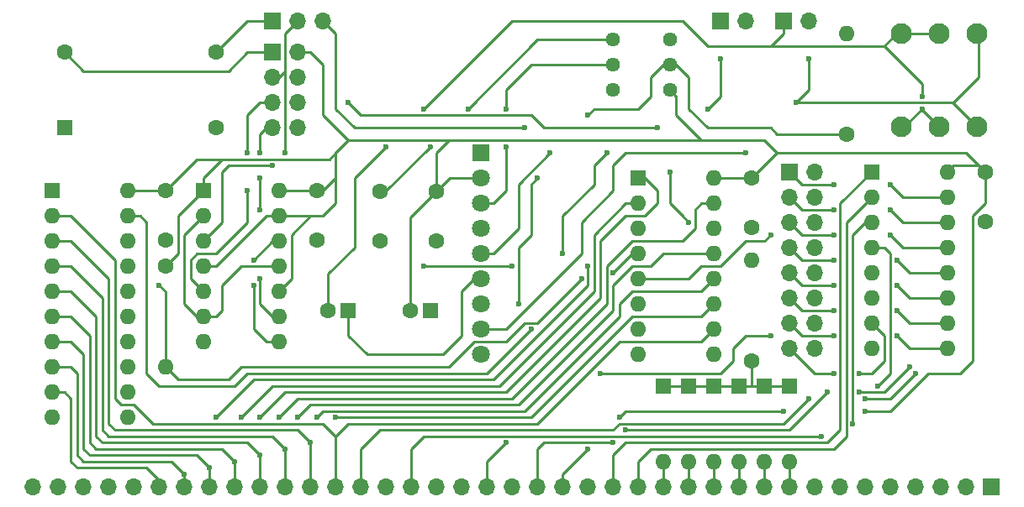
<source format=gtl>
G04 #@! TF.FileFunction,Copper,L1,Top,Signal*
%FSLAX46Y46*%
G04 Gerber Fmt 4.6, Leading zero omitted, Abs format (unit mm)*
G04 Created by KiCad (PCBNEW 4.0.6) date 06/13/17 14:47:24*
%MOMM*%
%LPD*%
G01*
G04 APERTURE LIST*
%ADD10C,0.100000*%
%ADD11C,1.600000*%
%ADD12R,1.600000X1.600000*%
%ADD13O,1.600000X1.600000*%
%ADD14R,1.700000X1.700000*%
%ADD15O,1.700000X1.700000*%
%ADD16C,2.100000*%
%ADD17R,1.800000X1.800000*%
%ADD18C,1.800000*%
%ADD19C,1.440000*%
%ADD20C,0.600000*%
%ADD21C,0.250000*%
G04 APERTURE END LIST*
D10*
D11*
X213995000Y-101600000D03*
X213995000Y-106600000D03*
D12*
X202565000Y-101600000D03*
D13*
X210185000Y-119380000D03*
X202565000Y-104140000D03*
X210185000Y-116840000D03*
X202565000Y-106680000D03*
X210185000Y-114300000D03*
X202565000Y-109220000D03*
X210185000Y-111760000D03*
X202565000Y-111760000D03*
X210185000Y-109220000D03*
X202565000Y-114300000D03*
X210185000Y-106680000D03*
X202565000Y-116840000D03*
X210185000Y-104140000D03*
X202565000Y-119380000D03*
X210185000Y-101600000D03*
D11*
X146685000Y-103505000D03*
X146685000Y-108505000D03*
X190500000Y-102235000D03*
X190500000Y-107235000D03*
D14*
X214630000Y-133350000D03*
D15*
X212090000Y-133350000D03*
X209550000Y-133350000D03*
X207010000Y-133350000D03*
X204470000Y-133350000D03*
X201930000Y-133350000D03*
X199390000Y-133350000D03*
X196850000Y-133350000D03*
X194310000Y-133350000D03*
X191770000Y-133350000D03*
X189230000Y-133350000D03*
X186690000Y-133350000D03*
X184150000Y-133350000D03*
X181610000Y-133350000D03*
X179070000Y-133350000D03*
X176530000Y-133350000D03*
X173990000Y-133350000D03*
X171450000Y-133350000D03*
X168910000Y-133350000D03*
X166370000Y-133350000D03*
X163830000Y-133350000D03*
X161290000Y-133350000D03*
X158750000Y-133350000D03*
X156210000Y-133350000D03*
X153670000Y-133350000D03*
X151130000Y-133350000D03*
X148590000Y-133350000D03*
X146050000Y-133350000D03*
X143510000Y-133350000D03*
X140970000Y-133350000D03*
X138430000Y-133350000D03*
X135890000Y-133350000D03*
X133350000Y-133350000D03*
X130810000Y-133350000D03*
X128270000Y-133350000D03*
X125730000Y-133350000D03*
X123190000Y-133350000D03*
X120650000Y-133350000D03*
X118110000Y-133350000D03*
D14*
X187325000Y-86360000D03*
D15*
X189865000Y-86360000D03*
D12*
X120015000Y-103505000D03*
D13*
X127635000Y-126365000D03*
X120015000Y-106045000D03*
X127635000Y-123825000D03*
X120015000Y-108585000D03*
X127635000Y-121285000D03*
X120015000Y-111125000D03*
X127635000Y-118745000D03*
X120015000Y-113665000D03*
X127635000Y-116205000D03*
X120015000Y-116205000D03*
X127635000Y-113665000D03*
X120015000Y-118745000D03*
X127635000Y-111125000D03*
X120015000Y-121285000D03*
X127635000Y-108585000D03*
X120015000Y-123825000D03*
X127635000Y-106045000D03*
X120015000Y-126365000D03*
X127635000Y-103505000D03*
D12*
X179070000Y-102235000D03*
D13*
X186690000Y-120015000D03*
X179070000Y-104775000D03*
X186690000Y-117475000D03*
X179070000Y-107315000D03*
X186690000Y-114935000D03*
X179070000Y-109855000D03*
X186690000Y-112395000D03*
X179070000Y-112395000D03*
X186690000Y-109855000D03*
X179070000Y-114935000D03*
X186690000Y-107315000D03*
X179070000Y-117475000D03*
X186690000Y-104775000D03*
X179070000Y-120015000D03*
X186690000Y-102235000D03*
D11*
X158750000Y-108585000D03*
X158750000Y-103585000D03*
D12*
X158115000Y-115570000D03*
D11*
X156115000Y-115570000D03*
X153035000Y-108585000D03*
X153035000Y-103585000D03*
D14*
X193675000Y-86360000D03*
D15*
X196215000Y-86360000D03*
D14*
X194310000Y-101600000D03*
D15*
X196850000Y-101600000D03*
X194310000Y-104140000D03*
X196850000Y-104140000D03*
X194310000Y-106680000D03*
X196850000Y-106680000D03*
X194310000Y-109220000D03*
X196850000Y-109220000D03*
X194310000Y-111760000D03*
X196850000Y-111760000D03*
X194310000Y-114300000D03*
X196850000Y-114300000D03*
X194310000Y-116840000D03*
X196850000Y-116840000D03*
X194310000Y-119380000D03*
X196850000Y-119380000D03*
D12*
X149860000Y-115570000D03*
D11*
X147860000Y-115570000D03*
D12*
X194310000Y-123190000D03*
D13*
X194310000Y-130810000D03*
D12*
X191770000Y-123190000D03*
D13*
X191770000Y-130810000D03*
D12*
X189230000Y-123190000D03*
D13*
X189230000Y-130810000D03*
D12*
X186690000Y-123190000D03*
D13*
X186690000Y-130810000D03*
D12*
X184150000Y-123190000D03*
D13*
X184150000Y-130810000D03*
D12*
X181610000Y-123190000D03*
D13*
X181610000Y-130810000D03*
D16*
X205600000Y-87695000D03*
X209400000Y-87695000D03*
X213200000Y-87695000D03*
X213200000Y-97095000D03*
X209400000Y-97095000D03*
X205600000Y-97095000D03*
D14*
X142240000Y-89535000D03*
D15*
X144780000Y-89535000D03*
X142240000Y-92075000D03*
X144780000Y-92075000D03*
X142240000Y-94615000D03*
X144780000Y-94615000D03*
X142240000Y-97155000D03*
X144780000Y-97155000D03*
D14*
X142240000Y-86360000D03*
D15*
X144780000Y-86360000D03*
X147320000Y-86360000D03*
D11*
X200025000Y-97790000D03*
D13*
X200025000Y-87630000D03*
D11*
X190500000Y-120650000D03*
D13*
X190500000Y-110490000D03*
D12*
X135255000Y-103505000D03*
D13*
X142875000Y-118745000D03*
X135255000Y-106045000D03*
X142875000Y-116205000D03*
X135255000Y-108585000D03*
X142875000Y-113665000D03*
X135255000Y-111125000D03*
X142875000Y-111125000D03*
X135255000Y-113665000D03*
X142875000Y-108585000D03*
X135255000Y-116205000D03*
X142875000Y-106045000D03*
X135255000Y-118745000D03*
X142875000Y-103505000D03*
D12*
X121285000Y-97155000D03*
D11*
X121285000Y-89535000D03*
X136525000Y-89535000D03*
X136525000Y-97155000D03*
X131445000Y-103505000D03*
X131445000Y-108505000D03*
D17*
X163195000Y-99695000D03*
D18*
X163195000Y-102235000D03*
X163195000Y-104775000D03*
X163195000Y-107315000D03*
X163195000Y-109855000D03*
X163195000Y-112395000D03*
X163195000Y-114935000D03*
X163195000Y-117475000D03*
X163195000Y-120015000D03*
D19*
X176530000Y-88265000D03*
X176530000Y-90805000D03*
X176530000Y-93345000D03*
X182245000Y-88265000D03*
X182245000Y-90805000D03*
X182245000Y-93345000D03*
D11*
X131445000Y-111125000D03*
D13*
X131445000Y-121285000D03*
D20*
X201930000Y-125730000D03*
X173990000Y-129540000D03*
X177165000Y-126365000D03*
X193675000Y-125730000D03*
X201930000Y-124460000D03*
X207010000Y-121920000D03*
X196215000Y-124460000D03*
X177800000Y-127635000D03*
X176530000Y-128905000D03*
X206375000Y-121285000D03*
X201295000Y-123825000D03*
X198120000Y-123825000D03*
X148590000Y-126365000D03*
X146050000Y-128905000D03*
X143510000Y-129540000D03*
X146685000Y-126365000D03*
X144780000Y-126365000D03*
X140970000Y-130175000D03*
X138430000Y-130810000D03*
X142875000Y-126365000D03*
X140970000Y-126365000D03*
X135890000Y-131445000D03*
X133350000Y-132080000D03*
X139065000Y-126365000D03*
X173990000Y-111125000D03*
X136525000Y-126365000D03*
X197485000Y-128270000D03*
X200660000Y-127000000D03*
X167640000Y-97155000D03*
X168910000Y-102235000D03*
X165735000Y-128905000D03*
X167005000Y-114935000D03*
X187325000Y-90170000D03*
X186055000Y-95250000D03*
X175895000Y-99695000D03*
X171450000Y-109855000D03*
X157480000Y-111125000D03*
X166370000Y-111125000D03*
X158115000Y-99060000D03*
X161925000Y-95250000D03*
X196215000Y-90170000D03*
X189865000Y-99695000D03*
X194945000Y-94615000D03*
X165735000Y-95250000D03*
X165735000Y-99060000D03*
X192405000Y-107950000D03*
X175260000Y-121920000D03*
X168275000Y-117475000D03*
X192405000Y-118110000D03*
X157480000Y-95250000D03*
X153670000Y-99060000D03*
X207645000Y-93980000D03*
X207645000Y-95250000D03*
X203200000Y-123190000D03*
X204470000Y-102870000D03*
X198755000Y-102870000D03*
X204470000Y-105410000D03*
X198755000Y-105410000D03*
X204470000Y-107950000D03*
X198755000Y-107950000D03*
X205105000Y-110490000D03*
X198755000Y-110490000D03*
X205105000Y-113030000D03*
X198755000Y-113030000D03*
X205105000Y-115570000D03*
X198755000Y-115570000D03*
X205105000Y-118110000D03*
X198755000Y-118110000D03*
X198755000Y-121920000D03*
X201295000Y-121920000D03*
X142240000Y-100965000D03*
X143510000Y-99695000D03*
X184150000Y-106680000D03*
X180975000Y-97155000D03*
X149860000Y-94615000D03*
X182245000Y-101600000D03*
X139700000Y-103505000D03*
X139700000Y-99695000D03*
X140970000Y-99695000D03*
X140970000Y-102235000D03*
X140970000Y-105410000D03*
X140970000Y-112395000D03*
X173990000Y-95885000D03*
X170180000Y-99695000D03*
X140335000Y-110490000D03*
X140335000Y-113030000D03*
X130810000Y-113030000D03*
X176530000Y-111760000D03*
X173355000Y-112395000D03*
D21*
X185420000Y-98425000D02*
X182880000Y-95885000D01*
X182880000Y-93980000D02*
X182245000Y-93345000D01*
X182880000Y-95885000D02*
X182880000Y-93980000D01*
X135255000Y-111125000D02*
X136525000Y-111125000D01*
X141605000Y-106045000D02*
X142875000Y-106045000D01*
X136525000Y-111125000D02*
X141605000Y-106045000D01*
X149860000Y-98425000D02*
X147320000Y-95885000D01*
X146050000Y-89535000D02*
X144780000Y-89535000D01*
X147320000Y-90805000D02*
X146050000Y-89535000D01*
X147320000Y-95885000D02*
X147320000Y-90805000D01*
X148590000Y-103505000D02*
X148590000Y-104775000D01*
X148590000Y-102235000D02*
X148590000Y-103505000D01*
X147320000Y-106045000D02*
X146050000Y-106045000D01*
X148590000Y-104775000D02*
X147320000Y-106045000D01*
X148590000Y-99695000D02*
X147955000Y-100330000D01*
X147955000Y-100330000D02*
X146050000Y-100330000D01*
X135255000Y-103505000D02*
X135255000Y-102235000D01*
X135255000Y-102235000D02*
X137160000Y-100330000D01*
X133350000Y-105410000D02*
X132715000Y-106045000D01*
X135255000Y-103505000D02*
X133350000Y-105410000D01*
X132715000Y-109855000D02*
X131445000Y-111125000D01*
X132715000Y-106045000D02*
X132715000Y-109855000D01*
X146050000Y-106045000D02*
X144145000Y-107950000D01*
X144145000Y-107950000D02*
X144145000Y-112395000D01*
X144145000Y-112395000D02*
X142875000Y-113665000D01*
X144145000Y-106045000D02*
X142875000Y-106045000D01*
X146050000Y-106045000D02*
X144145000Y-106045000D01*
X142240000Y-100330000D02*
X137160000Y-100330000D01*
X146050000Y-100330000D02*
X142240000Y-100330000D01*
X134620000Y-100330000D02*
X131445000Y-103505000D01*
X137160000Y-100330000D02*
X134620000Y-100330000D01*
X146685000Y-103505000D02*
X147320000Y-103505000D01*
X147320000Y-103505000D02*
X148590000Y-102235000D01*
X148590000Y-99695000D02*
X149860000Y-98425000D01*
X148590000Y-102235000D02*
X148590000Y-99695000D01*
X142875000Y-103505000D02*
X146685000Y-103505000D01*
X160020000Y-98425000D02*
X149860000Y-98425000D01*
X193040000Y-99695000D02*
X191770000Y-98425000D01*
X158750000Y-99695000D02*
X158750000Y-103585000D01*
X160020000Y-98425000D02*
X158750000Y-99695000D01*
X191770000Y-98425000D02*
X185420000Y-98425000D01*
X185420000Y-98425000D02*
X160020000Y-98425000D01*
X190500000Y-102235000D02*
X186690000Y-102235000D01*
X213360000Y-100965000D02*
X212090000Y-99695000D01*
X193040000Y-99695000D02*
X190500000Y-102235000D01*
X212090000Y-99695000D02*
X193040000Y-99695000D01*
X212725000Y-100965000D02*
X213360000Y-100965000D01*
X212725000Y-100965000D02*
X210820000Y-100965000D01*
X210185000Y-101600000D02*
X210820000Y-100965000D01*
X213360000Y-100965000D02*
X213995000Y-101600000D01*
X213995000Y-101600000D02*
X213995000Y-104775000D01*
X171450000Y-132080000D02*
X173990000Y-129540000D01*
X177165000Y-126365000D02*
X177800000Y-125730000D01*
X177800000Y-125730000D02*
X193675000Y-125730000D01*
X171450000Y-133350000D02*
X171450000Y-132080000D01*
X212725000Y-106045000D02*
X213995000Y-104775000D01*
X212725000Y-120650000D02*
X212725000Y-106045000D01*
X211455000Y-121920000D02*
X212725000Y-120650000D01*
X208280000Y-121920000D02*
X211455000Y-121920000D01*
X204470000Y-125730000D02*
X208280000Y-121920000D01*
X201930000Y-125730000D02*
X204470000Y-125730000D01*
X156115000Y-115570000D02*
X156115000Y-106220000D01*
X156115000Y-106220000D02*
X158750000Y-103585000D01*
X163195000Y-102235000D02*
X160100000Y-102235000D01*
X160100000Y-102235000D02*
X158750000Y-103585000D01*
X131445000Y-103505000D02*
X127635000Y-103505000D01*
X186690000Y-133350000D02*
X186690000Y-130810000D01*
X189230000Y-133350000D02*
X189230000Y-130810000D01*
X191770000Y-133350000D02*
X191770000Y-130810000D01*
X169545000Y-127635000D02*
X176530000Y-127635000D01*
X176530000Y-127635000D02*
X177165000Y-127000000D01*
X204470000Y-124460000D02*
X201930000Y-124460000D01*
X207010000Y-121920000D02*
X204470000Y-124460000D01*
X193675000Y-127000000D02*
X177165000Y-127000000D01*
X196215000Y-124460000D02*
X193675000Y-127000000D01*
X151130000Y-129540000D02*
X151130000Y-133350000D01*
X153035000Y-127635000D02*
X151130000Y-129540000D01*
X169545000Y-127635000D02*
X153035000Y-127635000D01*
X169545000Y-128905000D02*
X176530000Y-128905000D01*
X168910000Y-133350000D02*
X168910000Y-129540000D01*
X168910000Y-129540000D02*
X169545000Y-128905000D01*
X192405000Y-127635000D02*
X194310000Y-127635000D01*
X177800000Y-127635000D02*
X192405000Y-127635000D01*
X206375000Y-121285000D02*
X203835000Y-123825000D01*
X203835000Y-123825000D02*
X201295000Y-123825000D01*
X194310000Y-127635000D02*
X198120000Y-123825000D01*
X148590000Y-128270000D02*
X149860000Y-127000000D01*
X185420000Y-118745000D02*
X186690000Y-117475000D01*
X177165000Y-118745000D02*
X185420000Y-118745000D01*
X168910000Y-127000000D02*
X177165000Y-118745000D01*
X149860000Y-127000000D02*
X168910000Y-127000000D01*
X133350000Y-127000000D02*
X147320000Y-127000000D01*
X126365000Y-124460000D02*
X127000000Y-125095000D01*
X127000000Y-125095000D02*
X128270000Y-125095000D01*
X128270000Y-125095000D02*
X130175000Y-127000000D01*
X130175000Y-127000000D02*
X133350000Y-127000000D01*
X120015000Y-106045000D02*
X121920000Y-106045000D01*
X126365000Y-110490000D02*
X126365000Y-120650000D01*
X121920000Y-106045000D02*
X126365000Y-110490000D01*
X126365000Y-120650000D02*
X126365000Y-124460000D01*
X148590000Y-128270000D02*
X148590000Y-133350000D01*
X147320000Y-127000000D02*
X148590000Y-128270000D01*
X185420000Y-116205000D02*
X178435000Y-116205000D01*
X175260000Y-119380000D02*
X168275000Y-126365000D01*
X168275000Y-126365000D02*
X148590000Y-126365000D01*
X185420000Y-116205000D02*
X186690000Y-114935000D01*
X178435000Y-116205000D02*
X175260000Y-119380000D01*
X133350000Y-127635000D02*
X144780000Y-127635000D01*
X125730000Y-127000000D02*
X126365000Y-127635000D01*
X126365000Y-127635000D02*
X133350000Y-127635000D01*
X120015000Y-108585000D02*
X121920000Y-108585000D01*
X125730000Y-112395000D02*
X125730000Y-118110000D01*
X121920000Y-108585000D02*
X125730000Y-112395000D01*
X125730000Y-118110000D02*
X125730000Y-127000000D01*
X146050000Y-128905000D02*
X146050000Y-133350000D01*
X144780000Y-127635000D02*
X146050000Y-128905000D01*
X178435000Y-113665000D02*
X177165000Y-114935000D01*
X186690000Y-112395000D02*
X185420000Y-113665000D01*
X167640000Y-125730000D02*
X174625000Y-118745000D01*
X147320000Y-125730000D02*
X167640000Y-125730000D01*
X146685000Y-126365000D02*
X147320000Y-125730000D01*
X178435000Y-113665000D02*
X185420000Y-113665000D01*
X177165000Y-116205000D02*
X174625000Y-118745000D01*
X177165000Y-114935000D02*
X177165000Y-116205000D01*
X133350000Y-128270000D02*
X142240000Y-128270000D01*
X125095000Y-127635000D02*
X125730000Y-128270000D01*
X125730000Y-128270000D02*
X133350000Y-128270000D01*
X120015000Y-111125000D02*
X121920000Y-111125000D01*
X125095000Y-114300000D02*
X125095000Y-123825000D01*
X121920000Y-111125000D02*
X125095000Y-114300000D01*
X125095000Y-123825000D02*
X125095000Y-127635000D01*
X143510000Y-129540000D02*
X143510000Y-133350000D01*
X142240000Y-128270000D02*
X143510000Y-129540000D01*
X180340000Y-111125000D02*
X178435000Y-111125000D01*
X180340000Y-111125000D02*
X181610000Y-109855000D01*
X186690000Y-109855000D02*
X181610000Y-109855000D01*
X144780000Y-126365000D02*
X146050000Y-125095000D01*
X146050000Y-125095000D02*
X167005000Y-125095000D01*
X167005000Y-125095000D02*
X173990000Y-118110000D01*
X176530000Y-115570000D02*
X173990000Y-118110000D01*
X176530000Y-113030000D02*
X176530000Y-115570000D01*
X178435000Y-111125000D02*
X176530000Y-113030000D01*
X140970000Y-130810000D02*
X140970000Y-130175000D01*
X140970000Y-133350000D02*
X140970000Y-130810000D01*
X124460000Y-123825000D02*
X124460000Y-128270000D01*
X121920000Y-113665000D02*
X124460000Y-116205000D01*
X124460000Y-116205000D02*
X124460000Y-123825000D01*
X121920000Y-113665000D02*
X120015000Y-113665000D01*
X125095000Y-128905000D02*
X133350000Y-128905000D01*
X124460000Y-128270000D02*
X125095000Y-128905000D01*
X133350000Y-128905000D02*
X139065000Y-128905000D01*
X139700000Y-128905000D02*
X139065000Y-128905000D01*
X140970000Y-130175000D02*
X139700000Y-128905000D01*
X183515000Y-108585000D02*
X178435000Y-108585000D01*
X185420000Y-104775000D02*
X184785000Y-105410000D01*
X184785000Y-105410000D02*
X184785000Y-107315000D01*
X184785000Y-107315000D02*
X183515000Y-108585000D01*
X186690000Y-104775000D02*
X185420000Y-104775000D01*
X144780000Y-124460000D02*
X142875000Y-126365000D01*
X166370000Y-124460000D02*
X144780000Y-124460000D01*
X175895000Y-114935000D02*
X166370000Y-124460000D01*
X175895000Y-111125000D02*
X175895000Y-114935000D01*
X178435000Y-108585000D02*
X175895000Y-111125000D01*
X120015000Y-116205000D02*
X121920000Y-116205000D01*
X138430000Y-130810000D02*
X138430000Y-133350000D01*
X137160000Y-129540000D02*
X138430000Y-130810000D01*
X124460000Y-129540000D02*
X137160000Y-129540000D01*
X123825000Y-128905000D02*
X124460000Y-129540000D01*
X123825000Y-118110000D02*
X123825000Y-128905000D01*
X121920000Y-116205000D02*
X123825000Y-118110000D01*
X179070000Y-102235000D02*
X179705000Y-102235000D01*
X179705000Y-102235000D02*
X180975000Y-103505000D01*
X180975000Y-103505000D02*
X180975000Y-104775000D01*
X180975000Y-104775000D02*
X179705000Y-106045000D01*
X179705000Y-106045000D02*
X177800000Y-106045000D01*
X177800000Y-106045000D02*
X175260000Y-108585000D01*
X175260000Y-108585000D02*
X175260000Y-114300000D01*
X175260000Y-114300000D02*
X165735000Y-123825000D01*
X165735000Y-123825000D02*
X143510000Y-123825000D01*
X143510000Y-123825000D02*
X140970000Y-126365000D01*
X120015000Y-118745000D02*
X121920000Y-118745000D01*
X135890000Y-131445000D02*
X135890000Y-133350000D01*
X134620000Y-130175000D02*
X135890000Y-131445000D01*
X123825000Y-130175000D02*
X134620000Y-130175000D01*
X123190000Y-129540000D02*
X123825000Y-130175000D01*
X123190000Y-120015000D02*
X123190000Y-129540000D01*
X121920000Y-118745000D02*
X123190000Y-120015000D01*
X179070000Y-104775000D02*
X177800000Y-104775000D01*
X142240000Y-123190000D02*
X139065000Y-126365000D01*
X165100000Y-123190000D02*
X142240000Y-123190000D01*
X174625000Y-113665000D02*
X165100000Y-123190000D01*
X174625000Y-107950000D02*
X174625000Y-113665000D01*
X177800000Y-104775000D02*
X174625000Y-107950000D01*
X120015000Y-121285000D02*
X121920000Y-121285000D01*
X133350000Y-132080000D02*
X133350000Y-133350000D01*
X132080000Y-130810000D02*
X133350000Y-132080000D01*
X123190000Y-130810000D02*
X132080000Y-130810000D01*
X122555000Y-130175000D02*
X123190000Y-130810000D01*
X122555000Y-121920000D02*
X122555000Y-130175000D01*
X121920000Y-121285000D02*
X122555000Y-121920000D01*
X163195000Y-122555000D02*
X164465000Y-122555000D01*
X173990000Y-113030000D02*
X173990000Y-111125000D01*
X136525000Y-126365000D02*
X140335000Y-122555000D01*
X140335000Y-122555000D02*
X145415000Y-122555000D01*
X163195000Y-122555000D02*
X145415000Y-122555000D01*
X164465000Y-122555000D02*
X173990000Y-113030000D01*
X130810000Y-133350000D02*
X130810000Y-132715000D01*
X130810000Y-132715000D02*
X129540000Y-131445000D01*
X129540000Y-131445000D02*
X128905000Y-131445000D01*
X121285000Y-123825000D02*
X121920000Y-124460000D01*
X121920000Y-124460000D02*
X121920000Y-130810000D01*
X121920000Y-130810000D02*
X122555000Y-131445000D01*
X122555000Y-131445000D02*
X128905000Y-131445000D01*
X121285000Y-123825000D02*
X120015000Y-123825000D01*
X200660000Y-125730000D02*
X200660000Y-127000000D01*
X157480000Y-128270000D02*
X156210000Y-129540000D01*
X156210000Y-133350000D02*
X156210000Y-129540000D01*
X200660000Y-107950000D02*
X201930000Y-106680000D01*
X200660000Y-107950000D02*
X200660000Y-123825000D01*
X200660000Y-123825000D02*
X200660000Y-125730000D01*
X197485000Y-128270000D02*
X157480000Y-128270000D01*
X202565000Y-106680000D02*
X201930000Y-106680000D01*
X147320000Y-86360000D02*
X148590000Y-87630000D01*
X168910000Y-102235000D02*
X168275000Y-102870000D01*
X168275000Y-102870000D02*
X168275000Y-107950000D01*
X168275000Y-107950000D02*
X167005000Y-109220000D01*
X167005000Y-109220000D02*
X167005000Y-114935000D01*
X166370000Y-97155000D02*
X165100000Y-97155000D01*
X148590000Y-93980000D02*
X148590000Y-95250000D01*
X148590000Y-93980000D02*
X148590000Y-87630000D01*
X150495000Y-97155000D02*
X165100000Y-97155000D01*
X148590000Y-95250000D02*
X150495000Y-97155000D01*
X163830000Y-130810000D02*
X163830000Y-133350000D01*
X163830000Y-130810000D02*
X165735000Y-128905000D01*
X166370000Y-97155000D02*
X167640000Y-97155000D01*
X187325000Y-93980000D02*
X187325000Y-90170000D01*
X186055000Y-95250000D02*
X187325000Y-93980000D01*
X174625000Y-100965000D02*
X175895000Y-99695000D01*
X174625000Y-102870000D02*
X174625000Y-100965000D01*
X171450000Y-106045000D02*
X174625000Y-102870000D01*
X171450000Y-107315000D02*
X171450000Y-106045000D01*
X171450000Y-109855000D02*
X171450000Y-107315000D01*
X166370000Y-111125000D02*
X157480000Y-111125000D01*
X153035000Y-103585000D02*
X153590000Y-103585000D01*
X153590000Y-103585000D02*
X158115000Y-99060000D01*
X161925000Y-95250000D02*
X168910000Y-88265000D01*
X168910000Y-88265000D02*
X176530000Y-88265000D01*
X163195000Y-112395000D02*
X162560000Y-112395000D01*
X162560000Y-112395000D02*
X161290000Y-113665000D01*
X161290000Y-113665000D02*
X161290000Y-118110000D01*
X161290000Y-118110000D02*
X159385000Y-120015000D01*
X159385000Y-120015000D02*
X151765000Y-120015000D01*
X151765000Y-120015000D02*
X149860000Y-118110000D01*
X149860000Y-118110000D02*
X149860000Y-115570000D01*
X194945000Y-94615000D02*
X196215000Y-93345000D01*
X196215000Y-93345000D02*
X196215000Y-90170000D01*
X210820000Y-94615000D02*
X196215000Y-94615000D01*
X180975000Y-99695000D02*
X189865000Y-99695000D01*
X165735000Y-117475000D02*
X163195000Y-117475000D01*
X177800000Y-99695000D02*
X180975000Y-99695000D01*
X176530000Y-100965000D02*
X177800000Y-99695000D01*
X176530000Y-103505000D02*
X176530000Y-100965000D01*
X173355000Y-106680000D02*
X176530000Y-103505000D01*
X173355000Y-109855000D02*
X173355000Y-106680000D01*
X165735000Y-117475000D02*
X173355000Y-109855000D01*
X194945000Y-94615000D02*
X196215000Y-94615000D01*
X210820000Y-94615000D02*
X213360000Y-92075000D01*
X213360000Y-92075000D02*
X213360000Y-87855000D01*
X213360000Y-87855000D02*
X213200000Y-87695000D01*
X210820000Y-94615000D02*
X210720000Y-94615000D01*
X210720000Y-94615000D02*
X213200000Y-97095000D01*
X163195000Y-104775000D02*
X164465000Y-104775000D01*
X168275000Y-90805000D02*
X176530000Y-90805000D01*
X165735000Y-93345000D02*
X168275000Y-90805000D01*
X165735000Y-95250000D02*
X165735000Y-93345000D01*
X165735000Y-103505000D02*
X165735000Y-99060000D01*
X164465000Y-104775000D02*
X165735000Y-103505000D01*
X179070000Y-112395000D02*
X184150000Y-112395000D01*
X192405000Y-107950000D02*
X191770000Y-108585000D01*
X189865000Y-108585000D02*
X191770000Y-108585000D01*
X187325000Y-111125000D02*
X189865000Y-108585000D01*
X185420000Y-111125000D02*
X187325000Y-111125000D01*
X184150000Y-112395000D02*
X185420000Y-111125000D01*
X140335000Y-121920000D02*
X139700000Y-121920000D01*
X189865000Y-118110000D02*
X188595000Y-119380000D01*
X188595000Y-119380000D02*
X188595000Y-120650000D01*
X188595000Y-120650000D02*
X187325000Y-121920000D01*
X187325000Y-121920000D02*
X175260000Y-121920000D01*
X168275000Y-117475000D02*
X163830000Y-121920000D01*
X163830000Y-121920000D02*
X140335000Y-121920000D01*
X129540000Y-115570000D02*
X129540000Y-121920000D01*
X129540000Y-115570000D02*
X129540000Y-106680000D01*
X129540000Y-106680000D02*
X128905000Y-106045000D01*
X127635000Y-106045000D02*
X128905000Y-106045000D01*
X130810000Y-123190000D02*
X134620000Y-123190000D01*
X129540000Y-121920000D02*
X130810000Y-123190000D01*
X192405000Y-118110000D02*
X189865000Y-118110000D01*
X138430000Y-123190000D02*
X134620000Y-123190000D01*
X139700000Y-121920000D02*
X138430000Y-123190000D01*
X128270000Y-106045000D02*
X127635000Y-106045000D01*
X192405000Y-88900000D02*
X197485000Y-88900000D01*
X197485000Y-88900000D02*
X203835000Y-88900000D01*
X147860000Y-115570000D02*
X147860000Y-111855000D01*
X193675000Y-87630000D02*
X193675000Y-86360000D01*
X192405000Y-88900000D02*
X193675000Y-87630000D01*
X186055000Y-88900000D02*
X192405000Y-88900000D01*
X183515000Y-86360000D02*
X186055000Y-88900000D01*
X166370000Y-86360000D02*
X183515000Y-86360000D01*
X157480000Y-95250000D02*
X166370000Y-86360000D01*
X150495000Y-102235000D02*
X153670000Y-99060000D01*
X150495000Y-109220000D02*
X150495000Y-102235000D01*
X147860000Y-111855000D02*
X150495000Y-109220000D01*
X207645000Y-95250000D02*
X207645000Y-95340000D01*
X207645000Y-95340000D02*
X209400000Y-97095000D01*
X203835000Y-88900000D02*
X207645000Y-92710000D01*
X207645000Y-92710000D02*
X207645000Y-93980000D01*
X207645000Y-95250000D02*
X205800000Y-97095000D01*
X205800000Y-97095000D02*
X205600000Y-97095000D01*
X205600000Y-87695000D02*
X209400000Y-87695000D01*
X203835000Y-88900000D02*
X205040000Y-87695000D01*
X205040000Y-87695000D02*
X205600000Y-87695000D01*
X203200000Y-123190000D02*
X204470000Y-121920000D01*
X204470000Y-121920000D02*
X204470000Y-109855000D01*
X204470000Y-109855000D02*
X203835000Y-109220000D01*
X203835000Y-109220000D02*
X202565000Y-109220000D01*
X190500000Y-120650000D02*
X190500000Y-123190000D01*
X184150000Y-123190000D02*
X186690000Y-123190000D01*
X186690000Y-123190000D02*
X189230000Y-123190000D01*
X189230000Y-123190000D02*
X190500000Y-123190000D01*
X190500000Y-123190000D02*
X191770000Y-123190000D01*
X191770000Y-123190000D02*
X194310000Y-123190000D01*
X181610000Y-123190000D02*
X184150000Y-123190000D01*
X194310000Y-133350000D02*
X194310000Y-130810000D01*
X184150000Y-133350000D02*
X184150000Y-130810000D01*
X181610000Y-133350000D02*
X181610000Y-130810000D01*
X200025000Y-123825000D02*
X200025000Y-128270000D01*
X179070000Y-133350000D02*
X179070000Y-130810000D01*
X179070000Y-130810000D02*
X180340000Y-129540000D01*
X200025000Y-106680000D02*
X200025000Y-123825000D01*
X200025000Y-106680000D02*
X202565000Y-104140000D01*
X198755000Y-129540000D02*
X180340000Y-129540000D01*
X200025000Y-128270000D02*
X198755000Y-129540000D01*
X199390000Y-123825000D02*
X199390000Y-127635000D01*
X199390000Y-104775000D02*
X199390000Y-123825000D01*
X202565000Y-101600000D02*
X199390000Y-104775000D01*
X176530000Y-130175000D02*
X176530000Y-133350000D01*
X177800000Y-128905000D02*
X176530000Y-130175000D01*
X198120000Y-128905000D02*
X177800000Y-128905000D01*
X199390000Y-127635000D02*
X198120000Y-128905000D01*
X194310000Y-101600000D02*
X195580000Y-102870000D01*
X205740000Y-104140000D02*
X210185000Y-104140000D01*
X204470000Y-102870000D02*
X205740000Y-104140000D01*
X195580000Y-102870000D02*
X198755000Y-102870000D01*
X194310000Y-104140000D02*
X195580000Y-105410000D01*
X205740000Y-106680000D02*
X210185000Y-106680000D01*
X204470000Y-105410000D02*
X205740000Y-106680000D01*
X195580000Y-105410000D02*
X198755000Y-105410000D01*
X194310000Y-106680000D02*
X195580000Y-107950000D01*
X205740000Y-109220000D02*
X210185000Y-109220000D01*
X204470000Y-107950000D02*
X205740000Y-109220000D01*
X195580000Y-107950000D02*
X198755000Y-107950000D01*
X194310000Y-109220000D02*
X195580000Y-110490000D01*
X206375000Y-111760000D02*
X210185000Y-111760000D01*
X205105000Y-110490000D02*
X206375000Y-111760000D01*
X195580000Y-110490000D02*
X198755000Y-110490000D01*
X194310000Y-111760000D02*
X195580000Y-113030000D01*
X206375000Y-114300000D02*
X210185000Y-114300000D01*
X205105000Y-113030000D02*
X206375000Y-114300000D01*
X195580000Y-113030000D02*
X198755000Y-113030000D01*
X194310000Y-114300000D02*
X195580000Y-115570000D01*
X206375000Y-116840000D02*
X210185000Y-116840000D01*
X205105000Y-115570000D02*
X206375000Y-116840000D01*
X195580000Y-115570000D02*
X198755000Y-115570000D01*
X194310000Y-116840000D02*
X195580000Y-118110000D01*
X206375000Y-119380000D02*
X210185000Y-119380000D01*
X205105000Y-118110000D02*
X206375000Y-119380000D01*
X195580000Y-118110000D02*
X198755000Y-118110000D01*
X202565000Y-116840000D02*
X203835000Y-118110000D01*
X196850000Y-121920000D02*
X194310000Y-119380000D01*
X198755000Y-121920000D02*
X196850000Y-121920000D01*
X202565000Y-121920000D02*
X201295000Y-121920000D01*
X203835000Y-120650000D02*
X202565000Y-121920000D01*
X203835000Y-118110000D02*
X203835000Y-120650000D01*
X142240000Y-89535000D02*
X139700000Y-89535000D01*
X123190000Y-91440000D02*
X121285000Y-89535000D01*
X137795000Y-91440000D02*
X123190000Y-91440000D01*
X139700000Y-89535000D02*
X137795000Y-91440000D01*
X143510000Y-88265000D02*
X143510000Y-87630000D01*
X143510000Y-91440000D02*
X143510000Y-88265000D01*
X143510000Y-87630000D02*
X144780000Y-86360000D01*
X143510000Y-98425000D02*
X143510000Y-99695000D01*
X135255000Y-108585000D02*
X137160000Y-106680000D01*
X137160000Y-104775000D02*
X137160000Y-106680000D01*
X143510000Y-98425000D02*
X143510000Y-91440000D01*
X137160000Y-101600000D02*
X137160000Y-104775000D01*
X137795000Y-100965000D02*
X137160000Y-101600000D01*
X139065000Y-100965000D02*
X137795000Y-100965000D01*
X142240000Y-100965000D02*
X139065000Y-100965000D01*
X142240000Y-92075000D02*
X142875000Y-92075000D01*
X142875000Y-92075000D02*
X143510000Y-91440000D01*
X167005000Y-95885000D02*
X168275000Y-95885000D01*
X183515000Y-106045000D02*
X182245000Y-104775000D01*
X182245000Y-104775000D02*
X182245000Y-102235000D01*
X151130000Y-95885000D02*
X165735000Y-95885000D01*
X149860000Y-94615000D02*
X151130000Y-95885000D01*
X165735000Y-95885000D02*
X167005000Y-95885000D01*
X182245000Y-101600000D02*
X182245000Y-102235000D01*
X183515000Y-106045000D02*
X184150000Y-106680000D01*
X169545000Y-97155000D02*
X180975000Y-97155000D01*
X168275000Y-95885000D02*
X169545000Y-97155000D01*
X142240000Y-94615000D02*
X140970000Y-94615000D01*
X133985000Y-112395000D02*
X135255000Y-113665000D01*
X133985000Y-110490000D02*
X133985000Y-112395000D01*
X134620000Y-109855000D02*
X133985000Y-110490000D01*
X136525000Y-109855000D02*
X134620000Y-109855000D01*
X139700000Y-106680000D02*
X136525000Y-109855000D01*
X139700000Y-103505000D02*
X139700000Y-106680000D01*
X139700000Y-95885000D02*
X139700000Y-99695000D01*
X140970000Y-94615000D02*
X139700000Y-95885000D01*
X142240000Y-97155000D02*
X141605000Y-97155000D01*
X141605000Y-97155000D02*
X140970000Y-97790000D01*
X140970000Y-97790000D02*
X140970000Y-99695000D01*
X140970000Y-102235000D02*
X140970000Y-105410000D01*
X140970000Y-112395000D02*
X140970000Y-114300000D01*
X140970000Y-114300000D02*
X140970000Y-114935000D01*
X140970000Y-114935000D02*
X142240000Y-116205000D01*
X142240000Y-116205000D02*
X142875000Y-116205000D01*
X163195000Y-109855000D02*
X164465000Y-109855000D01*
X180340000Y-92075000D02*
X181610000Y-90805000D01*
X180340000Y-93980000D02*
X180340000Y-92075000D01*
X179070000Y-95250000D02*
X180340000Y-93980000D01*
X174625000Y-95250000D02*
X179070000Y-95250000D01*
X173990000Y-95885000D02*
X174625000Y-95250000D01*
X167005000Y-102870000D02*
X170180000Y-99695000D01*
X167005000Y-107315000D02*
X167005000Y-102870000D01*
X164465000Y-109855000D02*
X167005000Y-107315000D01*
X181610000Y-90805000D02*
X182245000Y-90805000D01*
X200025000Y-97790000D02*
X193040000Y-97790000D01*
X184150000Y-92075000D02*
X182880000Y-90805000D01*
X184150000Y-95250000D02*
X184150000Y-92075000D01*
X186055000Y-97155000D02*
X184150000Y-95250000D01*
X192405000Y-97155000D02*
X186055000Y-97155000D01*
X193040000Y-97790000D02*
X192405000Y-97155000D01*
X182880000Y-90805000D02*
X182245000Y-90805000D01*
X142875000Y-108585000D02*
X142240000Y-108585000D01*
X142240000Y-108585000D02*
X140335000Y-110490000D01*
X140335000Y-113030000D02*
X140335000Y-117475000D01*
X140335000Y-117475000D02*
X141605000Y-118745000D01*
X141605000Y-118745000D02*
X142875000Y-118745000D01*
X142875000Y-111125000D02*
X139065000Y-111125000D01*
X136525000Y-116205000D02*
X135255000Y-116205000D01*
X137160000Y-115570000D02*
X136525000Y-116205000D01*
X137160000Y-113030000D02*
X137160000Y-115570000D01*
X139065000Y-111125000D02*
X137160000Y-113030000D01*
X135255000Y-116205000D02*
X134620000Y-116205000D01*
X134620000Y-116205000D02*
X133350000Y-114935000D01*
X133350000Y-107950000D02*
X135255000Y-106045000D01*
X133350000Y-114935000D02*
X133350000Y-107950000D01*
X167640000Y-116840000D02*
X165735000Y-118745000D01*
X165735000Y-118745000D02*
X162560000Y-118745000D01*
X162560000Y-118745000D02*
X160020000Y-121285000D01*
X160020000Y-121285000D02*
X139065000Y-121285000D01*
X139065000Y-121285000D02*
X137795000Y-122555000D01*
X137795000Y-122555000D02*
X132715000Y-122555000D01*
X131445000Y-121285000D02*
X131445000Y-113665000D01*
X131445000Y-113665000D02*
X130810000Y-113030000D01*
X179070000Y-109855000D02*
X178435000Y-109855000D01*
X178435000Y-109855000D02*
X176530000Y-111760000D01*
X173355000Y-112395000D02*
X168910000Y-116840000D01*
X168910000Y-116840000D02*
X167640000Y-116840000D01*
X132715000Y-122555000D02*
X131445000Y-121285000D01*
X142240000Y-86360000D02*
X139700000Y-86360000D01*
X139700000Y-86360000D02*
X136525000Y-89535000D01*
M02*

</source>
